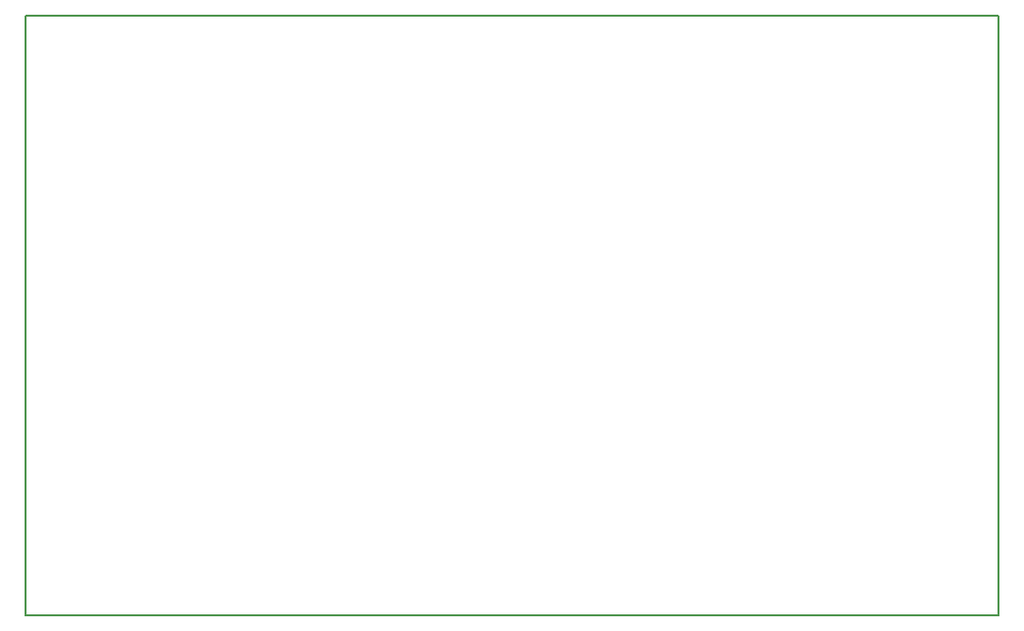
<source format=gbr>
%TF.GenerationSoftware,KiCad,Pcbnew,(6.0.0)*%
%TF.CreationDate,2022-08-03T23:03:17+01:00*%
%TF.ProjectId,Lynx Phono,4c796e78-2050-4686-9f6e-6f2e6b696361,rev?*%
%TF.SameCoordinates,Original*%
%TF.FileFunction,Profile,NP*%
%FSLAX46Y46*%
G04 Gerber Fmt 4.6, Leading zero omitted, Abs format (unit mm)*
G04 Created by KiCad (PCBNEW (6.0.0)) date 2022-08-03 23:03:17*
%MOMM*%
%LPD*%
G01*
G04 APERTURE LIST*
%TA.AperFunction,Profile*%
%ADD10C,0.150000*%
%TD*%
G04 APERTURE END LIST*
D10*
X102900000Y-112280000D02*
X18960000Y-112280000D01*
X18960000Y-112280000D02*
X18960000Y-60540000D01*
X18960000Y-60540000D02*
X102900000Y-60540000D01*
X102900000Y-60540000D02*
X102900000Y-112280000D01*
M02*

</source>
